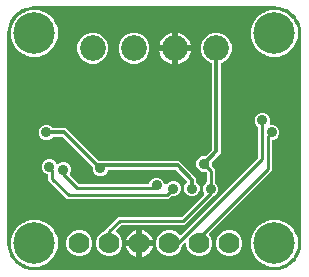
<source format=gbr>
G04 EAGLE Gerber RS-274X export*
G75*
%MOMM*%
%FSLAX34Y34*%
%LPD*%
%INBottom Copper*%
%IPPOS*%
%AMOC8*
5,1,8,0,0,1.08239X$1,22.5*%
G01*
%ADD10C,1.778000*%
%ADD11C,3.516000*%
%ADD12C,2.184400*%
%ADD13C,0.889000*%
%ADD14C,0.254000*%
%ADD15C,0.304800*%

G36*
X177187Y-38732D02*
X177187Y-38732D01*
X177265Y-38730D01*
X180642Y-38465D01*
X180710Y-38451D01*
X180779Y-38446D01*
X180935Y-38406D01*
X187359Y-36319D01*
X187466Y-36269D01*
X187577Y-36225D01*
X187628Y-36192D01*
X187647Y-36184D01*
X187662Y-36171D01*
X187713Y-36139D01*
X193177Y-32168D01*
X193264Y-32087D01*
X193311Y-32048D01*
X193317Y-32044D01*
X193318Y-32042D01*
X193356Y-32011D01*
X193394Y-31965D01*
X193409Y-31951D01*
X193420Y-31934D01*
X193458Y-31888D01*
X195151Y-29558D01*
X195164Y-29534D01*
X195181Y-29514D01*
X195240Y-29396D01*
X195304Y-29279D01*
X195311Y-29253D01*
X195323Y-29229D01*
X195350Y-29101D01*
X195364Y-29090D01*
X195388Y-29079D01*
X195490Y-28994D01*
X195596Y-28914D01*
X195613Y-28893D01*
X195633Y-28877D01*
X195736Y-28753D01*
X197429Y-26423D01*
X197486Y-26319D01*
X197550Y-26219D01*
X197572Y-26162D01*
X197582Y-26144D01*
X197587Y-26124D01*
X197609Y-26069D01*
X199696Y-19645D01*
X199709Y-19577D01*
X199732Y-19511D01*
X199755Y-19352D01*
X200020Y-15975D01*
X200020Y-15971D01*
X200021Y-15968D01*
X200020Y-15949D01*
X200024Y-15875D01*
X200024Y161925D01*
X200022Y161947D01*
X200020Y162025D01*
X199755Y165402D01*
X199741Y165470D01*
X199736Y165539D01*
X199696Y165695D01*
X197609Y172119D01*
X197558Y172226D01*
X197515Y172337D01*
X197482Y172388D01*
X197474Y172407D01*
X197461Y172422D01*
X197429Y172473D01*
X195736Y174803D01*
X195718Y174822D01*
X195704Y174845D01*
X195609Y174938D01*
X195518Y175034D01*
X195496Y175049D01*
X195477Y175067D01*
X195363Y175133D01*
X195357Y175149D01*
X195354Y175176D01*
X195305Y175300D01*
X195262Y175425D01*
X195247Y175447D01*
X195237Y175472D01*
X195151Y175608D01*
X193458Y177938D01*
X193377Y178024D01*
X193301Y178116D01*
X193255Y178154D01*
X193241Y178169D01*
X193223Y178180D01*
X193177Y178218D01*
X187713Y182189D01*
X187609Y182246D01*
X187509Y182310D01*
X187452Y182332D01*
X187434Y182342D01*
X187414Y182347D01*
X187359Y182369D01*
X180935Y184456D01*
X180867Y184469D01*
X180801Y184492D01*
X180642Y184515D01*
X177265Y184780D01*
X177243Y184779D01*
X177165Y184784D01*
X-26035Y184784D01*
X-26057Y184782D01*
X-26135Y184780D01*
X-29512Y184515D01*
X-29580Y184501D01*
X-29649Y184496D01*
X-29805Y184456D01*
X-32543Y183566D01*
X-32568Y183555D01*
X-32594Y183549D01*
X-32711Y183488D01*
X-32831Y183431D01*
X-32852Y183414D01*
X-32875Y183402D01*
X-32973Y183314D01*
X-32990Y183313D01*
X-33017Y183318D01*
X-33149Y183310D01*
X-33282Y183308D01*
X-33307Y183300D01*
X-33334Y183299D01*
X-33490Y183259D01*
X-36229Y182369D01*
X-36336Y182319D01*
X-36447Y182275D01*
X-36498Y182242D01*
X-36517Y182234D01*
X-36532Y182221D01*
X-36583Y182189D01*
X-42047Y178218D01*
X-42134Y178137D01*
X-42226Y178061D01*
X-42264Y178015D01*
X-42279Y178001D01*
X-42290Y177983D01*
X-42328Y177937D01*
X-46299Y172473D01*
X-46356Y172369D01*
X-46420Y172269D01*
X-46442Y172212D01*
X-46452Y172194D01*
X-46457Y172174D01*
X-46479Y172119D01*
X-48566Y165695D01*
X-48579Y165627D01*
X-48602Y165561D01*
X-48625Y165402D01*
X-48890Y162025D01*
X-48889Y162003D01*
X-48894Y161925D01*
X-48894Y-15875D01*
X-48892Y-15897D01*
X-48890Y-15975D01*
X-48625Y-19352D01*
X-48611Y-19420D01*
X-48606Y-19489D01*
X-48566Y-19645D01*
X-46479Y-26069D01*
X-46429Y-26176D01*
X-46385Y-26287D01*
X-46352Y-26338D01*
X-46344Y-26357D01*
X-46331Y-26372D01*
X-46299Y-26423D01*
X-42328Y-31887D01*
X-42308Y-31909D01*
X-42297Y-31927D01*
X-42251Y-31970D01*
X-42247Y-31974D01*
X-42171Y-32066D01*
X-42125Y-32104D01*
X-42111Y-32119D01*
X-42093Y-32130D01*
X-42047Y-32168D01*
X-36583Y-36139D01*
X-36479Y-36196D01*
X-36379Y-36260D01*
X-36322Y-36282D01*
X-36304Y-36292D01*
X-36284Y-36297D01*
X-36229Y-36319D01*
X-33490Y-37209D01*
X-33464Y-37214D01*
X-33439Y-37224D01*
X-33308Y-37244D01*
X-33178Y-37269D01*
X-33151Y-37267D01*
X-33125Y-37271D01*
X-32994Y-37257D01*
X-32980Y-37267D01*
X-32961Y-37286D01*
X-32850Y-37358D01*
X-32741Y-37433D01*
X-32716Y-37443D01*
X-32693Y-37457D01*
X-32543Y-37516D01*
X-29805Y-38406D01*
X-29737Y-38419D01*
X-29671Y-38442D01*
X-29512Y-38465D01*
X-26135Y-38730D01*
X-26113Y-38729D01*
X-26035Y-38734D01*
X177165Y-38734D01*
X177187Y-38732D01*
G37*
%LPC*%
G36*
X86092Y-26798D02*
X86092Y-26798D01*
X82078Y-25135D01*
X79005Y-22062D01*
X77342Y-18048D01*
X77342Y-13702D01*
X79005Y-9688D01*
X82078Y-6615D01*
X86092Y-4952D01*
X90438Y-4952D01*
X94452Y-6615D01*
X96566Y-8729D01*
X96660Y-8802D01*
X96749Y-8880D01*
X96785Y-8899D01*
X96817Y-8924D01*
X96926Y-8971D01*
X97032Y-9025D01*
X97072Y-9034D01*
X97109Y-9050D01*
X97226Y-9069D01*
X97342Y-9095D01*
X97383Y-9093D01*
X97423Y-9100D01*
X97541Y-9089D01*
X97660Y-9085D01*
X97699Y-9074D01*
X97739Y-9070D01*
X97852Y-9030D01*
X97966Y-8997D01*
X98001Y-8976D01*
X98039Y-8962D01*
X98137Y-8895D01*
X98240Y-8835D01*
X98285Y-8795D01*
X98302Y-8784D01*
X98315Y-8768D01*
X98361Y-8729D01*
X163331Y56241D01*
X163391Y56320D01*
X163459Y56392D01*
X163488Y56445D01*
X163525Y56493D01*
X163565Y56584D01*
X163613Y56670D01*
X163628Y56729D01*
X163652Y56784D01*
X163667Y56882D01*
X163692Y56978D01*
X163698Y57078D01*
X163702Y57099D01*
X163700Y57111D01*
X163702Y57139D01*
X163702Y81881D01*
X163690Y81979D01*
X163687Y82078D01*
X163670Y82137D01*
X163662Y82197D01*
X163626Y82289D01*
X163598Y82384D01*
X163568Y82436D01*
X163545Y82492D01*
X163487Y82572D01*
X163437Y82658D01*
X163371Y82733D01*
X163359Y82750D01*
X163349Y82757D01*
X163331Y82779D01*
X161513Y84596D01*
X160527Y86976D01*
X160527Y89554D01*
X161513Y91934D01*
X163336Y93757D01*
X165716Y94743D01*
X168294Y94743D01*
X170674Y93757D01*
X172497Y91934D01*
X173483Y89554D01*
X173483Y86976D01*
X173218Y86338D01*
X173205Y86290D01*
X173184Y86245D01*
X173163Y86137D01*
X173134Y86031D01*
X173133Y85981D01*
X173124Y85932D01*
X173131Y85823D01*
X173129Y85713D01*
X173141Y85665D01*
X173144Y85615D01*
X173178Y85511D01*
X173203Y85404D01*
X173227Y85360D01*
X173242Y85313D01*
X173301Y85220D01*
X173352Y85123D01*
X173385Y85086D01*
X173412Y85044D01*
X173492Y84969D01*
X173566Y84887D01*
X173607Y84860D01*
X173644Y84826D01*
X173740Y84773D01*
X173832Y84713D01*
X173879Y84696D01*
X173922Y84672D01*
X174028Y84645D01*
X174132Y84609D01*
X174182Y84605D01*
X174230Y84593D01*
X174391Y84583D01*
X176041Y84583D01*
X178421Y83597D01*
X180244Y81774D01*
X181230Y79394D01*
X181230Y76816D01*
X180244Y74436D01*
X178421Y72613D01*
X176000Y71610D01*
X175912Y71605D01*
X175874Y71592D01*
X175833Y71587D01*
X175723Y71544D01*
X175610Y71507D01*
X175575Y71485D01*
X175538Y71470D01*
X175442Y71401D01*
X175341Y71337D01*
X175313Y71307D01*
X175280Y71284D01*
X175204Y71192D01*
X175123Y71105D01*
X175103Y71070D01*
X175078Y71039D01*
X175027Y70931D01*
X174969Y70827D01*
X174959Y70787D01*
X174942Y70751D01*
X174920Y70634D01*
X174890Y70519D01*
X174886Y70459D01*
X174882Y70439D01*
X174884Y70418D01*
X174880Y70358D01*
X174880Y45633D01*
X122139Y-7107D01*
X122066Y-7201D01*
X121988Y-7291D01*
X121969Y-7327D01*
X121944Y-7359D01*
X121897Y-7468D01*
X121843Y-7574D01*
X121834Y-7613D01*
X121818Y-7650D01*
X121799Y-7768D01*
X121773Y-7884D01*
X121775Y-7924D01*
X121768Y-7964D01*
X121779Y-8083D01*
X121783Y-8202D01*
X121794Y-8241D01*
X121798Y-8281D01*
X121838Y-8393D01*
X121871Y-8508D01*
X121892Y-8542D01*
X121906Y-8580D01*
X121972Y-8679D01*
X122033Y-8781D01*
X122073Y-8827D01*
X122084Y-8844D01*
X122100Y-8857D01*
X122139Y-8902D01*
X122925Y-9688D01*
X124588Y-13702D01*
X124588Y-18048D01*
X122925Y-22062D01*
X119852Y-25135D01*
X115838Y-26798D01*
X111492Y-26798D01*
X107478Y-25135D01*
X104405Y-22062D01*
X102742Y-18048D01*
X102742Y-16753D01*
X102725Y-16615D01*
X102712Y-16476D01*
X102705Y-16457D01*
X102702Y-16437D01*
X102651Y-16308D01*
X102604Y-16177D01*
X102593Y-16160D01*
X102585Y-16142D01*
X102504Y-16029D01*
X102426Y-15914D01*
X102410Y-15901D01*
X102399Y-15884D01*
X102291Y-15795D01*
X102187Y-15703D01*
X102169Y-15694D01*
X102154Y-15681D01*
X102028Y-15622D01*
X101904Y-15559D01*
X101884Y-15554D01*
X101866Y-15546D01*
X101729Y-15520D01*
X101594Y-15489D01*
X101573Y-15490D01*
X101554Y-15486D01*
X101415Y-15495D01*
X101276Y-15499D01*
X101256Y-15505D01*
X101236Y-15506D01*
X101104Y-15549D01*
X100970Y-15587D01*
X100953Y-15598D01*
X100934Y-15604D01*
X100816Y-15678D01*
X100696Y-15749D01*
X100675Y-15767D01*
X100665Y-15774D01*
X100651Y-15789D01*
X100576Y-15855D01*
X99559Y-16871D01*
X99499Y-16949D01*
X99431Y-17022D01*
X99402Y-17075D01*
X99365Y-17123D01*
X99325Y-17213D01*
X99277Y-17300D01*
X99262Y-17359D01*
X99238Y-17414D01*
X99223Y-17512D01*
X99198Y-17608D01*
X99192Y-17708D01*
X99188Y-17729D01*
X99190Y-17741D01*
X99188Y-17769D01*
X99188Y-18048D01*
X97525Y-22062D01*
X94452Y-25135D01*
X90438Y-26798D01*
X86092Y-26798D01*
G37*
%LPD*%
%LPC*%
G36*
X35292Y-26798D02*
X35292Y-26798D01*
X31278Y-25135D01*
X28205Y-22062D01*
X26542Y-18048D01*
X26542Y-13702D01*
X28205Y-9688D01*
X31278Y-6615D01*
X33379Y-5745D01*
X33404Y-5730D01*
X33432Y-5721D01*
X33542Y-5652D01*
X33655Y-5587D01*
X33676Y-5567D01*
X33701Y-5551D01*
X33790Y-5456D01*
X33883Y-5366D01*
X33899Y-5341D01*
X33919Y-5319D01*
X33982Y-5206D01*
X34050Y-5095D01*
X34058Y-5067D01*
X34073Y-5041D01*
X34105Y-4915D01*
X34143Y-4791D01*
X34145Y-4762D01*
X34152Y-4733D01*
X34162Y-4572D01*
X34162Y-4347D01*
X44987Y6478D01*
X97801Y6478D01*
X97899Y6490D01*
X97998Y6493D01*
X98057Y6510D01*
X98117Y6518D01*
X98209Y6554D01*
X98304Y6582D01*
X98356Y6612D01*
X98412Y6635D01*
X98492Y6693D01*
X98578Y6743D01*
X98653Y6809D01*
X98670Y6821D01*
X98678Y6831D01*
X98699Y6849D01*
X117269Y25420D01*
X117287Y25443D01*
X117309Y25462D01*
X117384Y25568D01*
X117464Y25671D01*
X117475Y25698D01*
X117492Y25722D01*
X117538Y25843D01*
X117590Y25963D01*
X117595Y25992D01*
X117605Y26019D01*
X117620Y26148D01*
X117640Y26277D01*
X117637Y26306D01*
X117640Y26336D01*
X117622Y26464D01*
X117610Y26593D01*
X117600Y26621D01*
X117596Y26650D01*
X117544Y26803D01*
X116712Y28810D01*
X116712Y31388D01*
X117698Y33768D01*
X119516Y35585D01*
X119576Y35664D01*
X119644Y35736D01*
X119673Y35789D01*
X119710Y35837D01*
X119750Y35928D01*
X119798Y36014D01*
X119813Y36073D01*
X119837Y36129D01*
X119852Y36227D01*
X119877Y36322D01*
X119883Y36422D01*
X119887Y36443D01*
X119885Y36455D01*
X119887Y36483D01*
X119887Y43688D01*
X119872Y43806D01*
X119865Y43925D01*
X119852Y43963D01*
X119847Y44004D01*
X119804Y44114D01*
X119767Y44227D01*
X119745Y44262D01*
X119730Y44299D01*
X119661Y44395D01*
X119597Y44496D01*
X119567Y44524D01*
X119544Y44557D01*
X119452Y44633D01*
X119365Y44714D01*
X119330Y44734D01*
X119299Y44759D01*
X119191Y44810D01*
X119087Y44868D01*
X119047Y44878D01*
X119011Y44895D01*
X118894Y44917D01*
X118779Y44947D01*
X118719Y44951D01*
X118699Y44955D01*
X118678Y44953D01*
X118618Y44957D01*
X116186Y44957D01*
X113806Y45943D01*
X111983Y47766D01*
X110997Y50146D01*
X110997Y52724D01*
X111983Y55104D01*
X113806Y56927D01*
X116186Y57913D01*
X118397Y57913D01*
X118495Y57925D01*
X118594Y57928D01*
X118652Y57945D01*
X118713Y57953D01*
X118805Y57989D01*
X118900Y58017D01*
X118952Y58047D01*
X119008Y58070D01*
X119088Y58128D01*
X119174Y58178D01*
X119249Y58244D01*
X119266Y58256D01*
X119273Y58266D01*
X119295Y58284D01*
X124197Y63186D01*
X124257Y63265D01*
X124325Y63337D01*
X124348Y63378D01*
X124361Y63394D01*
X124367Y63406D01*
X124391Y63438D01*
X124431Y63529D01*
X124479Y63615D01*
X124494Y63674D01*
X124518Y63730D01*
X124533Y63828D01*
X124558Y63923D01*
X124564Y64023D01*
X124568Y64044D01*
X124566Y64056D01*
X124568Y64084D01*
X124568Y135828D01*
X124565Y135857D01*
X124567Y135887D01*
X124545Y136015D01*
X124528Y136144D01*
X124518Y136171D01*
X124513Y136200D01*
X124459Y136319D01*
X124411Y136439D01*
X124394Y136463D01*
X124382Y136490D01*
X124301Y136592D01*
X124225Y136697D01*
X124202Y136715D01*
X124183Y136739D01*
X124080Y136817D01*
X123980Y136899D01*
X123953Y136912D01*
X123929Y136930D01*
X123785Y137001D01*
X120787Y138242D01*
X117142Y141887D01*
X115170Y146648D01*
X115170Y151802D01*
X117142Y156563D01*
X120787Y160208D01*
X125548Y162180D01*
X130702Y162180D01*
X135463Y160208D01*
X139108Y156563D01*
X141080Y151802D01*
X141080Y146648D01*
X139108Y141887D01*
X135463Y138242D01*
X132465Y137001D01*
X132440Y136986D01*
X132412Y136977D01*
X132302Y136908D01*
X132189Y136843D01*
X132168Y136823D01*
X132143Y136807D01*
X132054Y136712D01*
X131961Y136622D01*
X131945Y136597D01*
X131925Y136575D01*
X131862Y136461D01*
X131794Y136351D01*
X131786Y136323D01*
X131771Y136297D01*
X131739Y136171D01*
X131701Y136047D01*
X131699Y136017D01*
X131692Y135989D01*
X131682Y135828D01*
X131682Y60612D01*
X124324Y53255D01*
X124264Y53176D01*
X124196Y53104D01*
X124167Y53051D01*
X124130Y53003D01*
X124090Y52912D01*
X124042Y52826D01*
X124027Y52767D01*
X124003Y52711D01*
X123988Y52613D01*
X123963Y52518D01*
X123957Y52418D01*
X123953Y52397D01*
X123955Y52385D01*
X123953Y52357D01*
X123953Y50154D01*
X123965Y50056D01*
X123968Y49957D01*
X123985Y49898D01*
X123993Y49838D01*
X124029Y49746D01*
X124057Y49651D01*
X124087Y49599D01*
X124110Y49543D01*
X124168Y49463D01*
X124218Y49377D01*
X124284Y49302D01*
X124296Y49285D01*
X124306Y49277D01*
X124324Y49256D01*
X126493Y47088D01*
X126493Y36483D01*
X126505Y36385D01*
X126508Y36286D01*
X126525Y36227D01*
X126533Y36167D01*
X126569Y36075D01*
X126597Y35980D01*
X126627Y35928D01*
X126650Y35872D01*
X126708Y35792D01*
X126758Y35706D01*
X126824Y35631D01*
X126836Y35614D01*
X126846Y35607D01*
X126864Y35585D01*
X128682Y33768D01*
X129668Y31388D01*
X129668Y28810D01*
X128682Y26430D01*
X126859Y24607D01*
X125281Y23954D01*
X125273Y23949D01*
X125264Y23947D01*
X125135Y23870D01*
X125005Y23796D01*
X124998Y23790D01*
X124990Y23785D01*
X124869Y23679D01*
X124186Y22995D01*
X101063Y-128D01*
X48249Y-128D01*
X48151Y-140D01*
X48052Y-143D01*
X47993Y-160D01*
X47933Y-168D01*
X47841Y-204D01*
X47746Y-232D01*
X47694Y-262D01*
X47638Y-285D01*
X47558Y-343D01*
X47472Y-393D01*
X47397Y-459D01*
X47380Y-471D01*
X47372Y-481D01*
X47351Y-499D01*
X43287Y-4564D01*
X43256Y-4604D01*
X43219Y-4637D01*
X43159Y-4729D01*
X43092Y-4815D01*
X43072Y-4861D01*
X43045Y-4903D01*
X43009Y-5006D01*
X42965Y-5107D01*
X42958Y-5156D01*
X42941Y-5204D01*
X42933Y-5313D01*
X42915Y-5421D01*
X42920Y-5471D01*
X42916Y-5521D01*
X42935Y-5628D01*
X42945Y-5738D01*
X42962Y-5785D01*
X42971Y-5834D01*
X43016Y-5934D01*
X43053Y-6037D01*
X43081Y-6078D01*
X43101Y-6124D01*
X43170Y-6210D01*
X43231Y-6300D01*
X43269Y-6333D01*
X43300Y-6372D01*
X43388Y-6438D01*
X43470Y-6511D01*
X43514Y-6534D01*
X43554Y-6563D01*
X43645Y-6608D01*
X46725Y-9688D01*
X48388Y-13702D01*
X48388Y-18048D01*
X46725Y-22062D01*
X43652Y-25135D01*
X39638Y-26798D01*
X35292Y-26798D01*
G37*
%LPD*%
%LPC*%
G36*
X1680Y21589D02*
X1680Y21589D01*
X-14098Y37367D01*
X-14098Y41351D01*
X-14101Y41381D01*
X-14099Y41410D01*
X-14121Y41538D01*
X-14138Y41667D01*
X-14148Y41694D01*
X-14153Y41723D01*
X-14207Y41842D01*
X-14255Y41963D01*
X-14272Y41986D01*
X-14284Y42013D01*
X-14365Y42115D01*
X-14441Y42220D01*
X-14464Y42239D01*
X-14483Y42262D01*
X-14586Y42340D01*
X-14686Y42423D01*
X-14713Y42435D01*
X-14737Y42453D01*
X-14881Y42524D01*
X-17004Y43403D01*
X-18827Y45226D01*
X-19813Y47606D01*
X-19813Y50184D01*
X-18827Y52564D01*
X-17004Y54387D01*
X-14624Y55373D01*
X-12046Y55373D01*
X-9666Y54387D01*
X-7843Y52564D01*
X-7608Y51995D01*
X-7583Y51952D01*
X-7566Y51905D01*
X-7505Y51814D01*
X-7450Y51719D01*
X-7416Y51683D01*
X-7388Y51642D01*
X-7305Y51569D01*
X-7229Y51490D01*
X-7186Y51464D01*
X-7149Y51432D01*
X-7051Y51382D01*
X-6958Y51324D01*
X-6910Y51310D01*
X-6866Y51287D01*
X-6759Y51263D01*
X-6654Y51231D01*
X-6604Y51228D01*
X-6556Y51217D01*
X-6446Y51221D01*
X-6336Y51215D01*
X-6287Y51226D01*
X-6238Y51227D01*
X-6132Y51257D01*
X-6025Y51280D01*
X-5980Y51302D01*
X-5932Y51315D01*
X-5838Y51371D01*
X-5739Y51419D01*
X-5701Y51452D01*
X-5658Y51477D01*
X-5538Y51583D01*
X-5274Y51847D01*
X-2894Y52833D01*
X-316Y52833D01*
X2064Y51847D01*
X3887Y50024D01*
X4873Y47644D01*
X4873Y45066D01*
X3980Y42912D01*
X3973Y42884D01*
X3959Y42858D01*
X3931Y42731D01*
X3897Y42606D01*
X3896Y42576D01*
X3890Y42547D01*
X3894Y42417D01*
X3891Y42288D01*
X3898Y42259D01*
X3899Y42229D01*
X3935Y42105D01*
X3966Y41978D01*
X3979Y41952D01*
X3988Y41924D01*
X4054Y41812D01*
X4114Y41697D01*
X4134Y41676D01*
X4149Y41650D01*
X4256Y41529D01*
X10741Y35043D01*
X10820Y34983D01*
X10892Y34915D01*
X10945Y34886D01*
X10993Y34849D01*
X11084Y34809D01*
X11170Y34761D01*
X11229Y34746D01*
X11284Y34722D01*
X11382Y34707D01*
X11478Y34682D01*
X11578Y34676D01*
X11599Y34672D01*
X11611Y34674D01*
X11639Y34672D01*
X70189Y34672D01*
X70219Y34675D01*
X70248Y34673D01*
X70376Y34695D01*
X70505Y34712D01*
X70532Y34722D01*
X70561Y34727D01*
X70680Y34781D01*
X70801Y34829D01*
X70825Y34846D01*
X70851Y34858D01*
X70953Y34939D01*
X71058Y35015D01*
X71077Y35038D01*
X71100Y35057D01*
X71178Y35160D01*
X71261Y35260D01*
X71273Y35287D01*
X71291Y35311D01*
X71362Y35455D01*
X71978Y36943D01*
X73801Y38766D01*
X76181Y39752D01*
X78759Y39752D01*
X81139Y38766D01*
X82962Y36943D01*
X83928Y34611D01*
X83952Y34568D01*
X83969Y34521D01*
X84031Y34430D01*
X84085Y34334D01*
X84120Y34299D01*
X84148Y34258D01*
X84230Y34185D01*
X84307Y34106D01*
X84349Y34080D01*
X84386Y34047D01*
X84484Y33997D01*
X84578Y33940D01*
X84625Y33925D01*
X84669Y33902D01*
X84777Y33878D01*
X84882Y33846D01*
X84931Y33844D01*
X84980Y33833D01*
X85090Y33836D01*
X85199Y33831D01*
X85248Y33841D01*
X85298Y33842D01*
X85403Y33873D01*
X85511Y33895D01*
X85555Y33917D01*
X85603Y33931D01*
X85698Y33987D01*
X85796Y34035D01*
X85834Y34067D01*
X85877Y34092D01*
X85998Y34199D01*
X87771Y35972D01*
X90151Y36958D01*
X92729Y36958D01*
X95109Y35972D01*
X96932Y34149D01*
X97918Y31769D01*
X97918Y29191D01*
X96932Y26811D01*
X95109Y24988D01*
X92729Y24002D01*
X90159Y24002D01*
X90061Y23990D01*
X89962Y23987D01*
X89903Y23970D01*
X89843Y23962D01*
X89751Y23926D01*
X89656Y23898D01*
X89604Y23868D01*
X89548Y23845D01*
X89468Y23787D01*
X89382Y23737D01*
X89307Y23671D01*
X89290Y23659D01*
X89282Y23649D01*
X89261Y23631D01*
X87220Y21589D01*
X1680Y21589D01*
G37*
%LPD*%
%LPC*%
G36*
X106026Y24002D02*
X106026Y24002D01*
X103646Y24988D01*
X101823Y26811D01*
X100837Y29191D01*
X100837Y31769D01*
X101823Y34149D01*
X103132Y35458D01*
X103205Y35552D01*
X103284Y35641D01*
X103302Y35677D01*
X103327Y35709D01*
X103374Y35818D01*
X103428Y35924D01*
X103437Y35964D01*
X103453Y36001D01*
X103472Y36119D01*
X103498Y36235D01*
X103497Y36275D01*
X103503Y36315D01*
X103492Y36434D01*
X103488Y36553D01*
X103477Y36592D01*
X103473Y36632D01*
X103433Y36744D01*
X103400Y36858D01*
X103379Y36893D01*
X103366Y36931D01*
X103299Y37030D01*
X103238Y37132D01*
X103199Y37177D01*
X103187Y37194D01*
X103172Y37208D01*
X103132Y37253D01*
X94149Y46237D01*
X94070Y46297D01*
X93998Y46365D01*
X93945Y46394D01*
X93897Y46431D01*
X93806Y46471D01*
X93720Y46519D01*
X93661Y46534D01*
X93605Y46558D01*
X93507Y46573D01*
X93412Y46598D01*
X93312Y46604D01*
X93291Y46608D01*
X93279Y46606D01*
X93251Y46608D01*
X37283Y46608D01*
X37254Y46605D01*
X37225Y46607D01*
X37096Y46585D01*
X36968Y46568D01*
X36940Y46558D01*
X36911Y46553D01*
X36793Y46499D01*
X36672Y46451D01*
X36648Y46434D01*
X36621Y46422D01*
X36520Y46341D01*
X36415Y46265D01*
X36396Y46242D01*
X36373Y46223D01*
X36295Y46120D01*
X36212Y46020D01*
X36199Y45993D01*
X36182Y45969D01*
X36111Y45825D01*
X35337Y43956D01*
X33514Y42133D01*
X31134Y41147D01*
X28556Y41147D01*
X26176Y42133D01*
X24353Y43956D01*
X23367Y46336D01*
X23367Y48547D01*
X23355Y48645D01*
X23352Y48744D01*
X23335Y48802D01*
X23327Y48863D01*
X23291Y48955D01*
X23263Y49050D01*
X23233Y49102D01*
X23210Y49158D01*
X23152Y49238D01*
X23102Y49324D01*
X23036Y49399D01*
X23024Y49416D01*
X23014Y49423D01*
X22996Y49445D01*
X-1736Y74177D01*
X-1815Y74237D01*
X-1887Y74305D01*
X-1940Y74334D01*
X-1988Y74371D01*
X-2079Y74411D01*
X-2165Y74459D01*
X-2224Y74474D01*
X-2280Y74498D01*
X-2378Y74513D01*
X-2473Y74538D01*
X-2573Y74544D01*
X-2594Y74548D01*
X-2606Y74546D01*
X-2634Y74548D01*
X-9745Y74548D01*
X-9843Y74536D01*
X-9942Y74533D01*
X-10001Y74516D01*
X-10061Y74508D01*
X-10153Y74472D01*
X-10248Y74444D01*
X-10300Y74414D01*
X-10356Y74391D01*
X-10436Y74333D01*
X-10522Y74283D01*
X-10597Y74217D01*
X-10614Y74205D01*
X-10621Y74195D01*
X-10643Y74177D01*
X-12206Y72613D01*
X-14586Y71627D01*
X-17164Y71627D01*
X-19544Y72613D01*
X-21367Y74436D01*
X-22353Y76816D01*
X-22353Y79394D01*
X-21367Y81774D01*
X-19544Y83597D01*
X-17164Y84583D01*
X-14586Y84583D01*
X-12206Y83597D01*
X-10643Y82033D01*
X-10564Y81973D01*
X-10492Y81905D01*
X-10439Y81876D01*
X-10391Y81839D01*
X-10300Y81799D01*
X-10214Y81751D01*
X-10155Y81736D01*
X-10099Y81712D01*
X-10001Y81697D01*
X-9906Y81672D01*
X-9806Y81666D01*
X-9785Y81662D01*
X-9773Y81664D01*
X-9745Y81662D01*
X838Y81662D01*
X28025Y54474D01*
X28104Y54414D01*
X28176Y54346D01*
X28229Y54317D01*
X28277Y54280D01*
X28368Y54240D01*
X28454Y54192D01*
X28513Y54177D01*
X28569Y54153D01*
X28667Y54138D01*
X28762Y54113D01*
X28862Y54107D01*
X28883Y54103D01*
X28895Y54105D01*
X28923Y54103D01*
X31134Y54103D01*
X31820Y53818D01*
X31829Y53816D01*
X31837Y53811D01*
X31982Y53774D01*
X32127Y53734D01*
X32136Y53734D01*
X32145Y53732D01*
X32306Y53722D01*
X96723Y53722D01*
X110872Y39573D01*
X110872Y36610D01*
X110884Y36512D01*
X110887Y36413D01*
X110904Y36354D01*
X110912Y36294D01*
X110948Y36202D01*
X110976Y36107D01*
X111006Y36055D01*
X111029Y35999D01*
X111087Y35919D01*
X111137Y35833D01*
X111203Y35758D01*
X111215Y35741D01*
X111225Y35734D01*
X111243Y35712D01*
X112807Y34149D01*
X113793Y31769D01*
X113793Y29191D01*
X112807Y26811D01*
X110984Y24988D01*
X108604Y24002D01*
X106026Y24002D01*
G37*
%LPD*%
%LPC*%
G36*
X175441Y142305D02*
X175441Y142305D01*
X175423Y142305D01*
X175308Y142312D01*
X173264Y142312D01*
X172716Y142539D01*
X172617Y142566D01*
X172522Y142602D01*
X172430Y142617D01*
X172409Y142623D01*
X172396Y142623D01*
X172363Y142629D01*
X170944Y142778D01*
X167980Y144489D01*
X167978Y144490D01*
X167975Y144492D01*
X167831Y144563D01*
X166055Y145298D01*
X165458Y145895D01*
X165391Y145947D01*
X165330Y146008D01*
X165216Y146083D01*
X165207Y146090D01*
X165203Y146092D01*
X165196Y146097D01*
X163694Y146964D01*
X161904Y149428D01*
X161891Y149442D01*
X161881Y149458D01*
X161774Y149579D01*
X160538Y150815D01*
X160122Y151821D01*
X160087Y151881D01*
X160062Y151945D01*
X159976Y152081D01*
X158773Y153736D01*
X158212Y156374D01*
X158201Y156408D01*
X158196Y156444D01*
X158144Y156596D01*
X157552Y158024D01*
X157552Y159347D01*
X157546Y159399D01*
X157548Y159451D01*
X157525Y159611D01*
X157033Y161925D01*
X157525Y164239D01*
X157529Y164292D01*
X157542Y164342D01*
X157552Y164503D01*
X157552Y165826D01*
X158144Y167254D01*
X158153Y167288D01*
X158169Y167320D01*
X158212Y167476D01*
X158773Y170114D01*
X159976Y171769D01*
X160009Y171830D01*
X160051Y171885D01*
X160122Y172029D01*
X160538Y173035D01*
X161774Y174271D01*
X161786Y174286D01*
X161801Y174298D01*
X161904Y174422D01*
X163694Y176886D01*
X165196Y177753D01*
X165264Y177805D01*
X165338Y177849D01*
X165440Y177939D01*
X165449Y177946D01*
X165452Y177949D01*
X165458Y177955D01*
X166055Y178552D01*
X167831Y179287D01*
X167833Y179289D01*
X167836Y179289D01*
X167980Y179361D01*
X170944Y181072D01*
X172363Y181221D01*
X172463Y181245D01*
X172564Y181259D01*
X172652Y181289D01*
X172673Y181294D01*
X172685Y181300D01*
X172716Y181311D01*
X173264Y181538D01*
X175308Y181538D01*
X175325Y181540D01*
X175441Y181545D01*
X179269Y181947D01*
X180338Y181600D01*
X180455Y181578D01*
X180570Y181548D01*
X180630Y181544D01*
X180650Y181540D01*
X180671Y181542D01*
X180730Y181538D01*
X181066Y181538D01*
X182974Y180748D01*
X182995Y180742D01*
X183068Y180713D01*
X187231Y179360D01*
X187843Y178810D01*
X187954Y178732D01*
X188062Y178651D01*
X188092Y178636D01*
X188104Y178628D01*
X188124Y178621D01*
X188206Y178580D01*
X188275Y178552D01*
X189570Y177257D01*
X189584Y177246D01*
X189618Y177211D01*
X193275Y173918D01*
X193297Y173903D01*
X193315Y173884D01*
X193427Y173812D01*
X193475Y173779D01*
X193479Y173742D01*
X193489Y173717D01*
X193494Y173691D01*
X193550Y173540D01*
X193665Y173281D01*
X193744Y173151D01*
X194015Y172496D01*
X194020Y172488D01*
X194028Y172466D01*
X196857Y166111D01*
X196857Y157739D01*
X194028Y151384D01*
X194025Y151374D01*
X194015Y151354D01*
X193759Y150736D01*
X193740Y150712D01*
X193735Y150704D01*
X193733Y150700D01*
X193728Y150689D01*
X193665Y150569D01*
X193452Y150091D01*
X189618Y146639D01*
X189606Y146625D01*
X189570Y146593D01*
X188275Y145298D01*
X188206Y145270D01*
X188089Y145203D01*
X187969Y145140D01*
X187942Y145119D01*
X187930Y145112D01*
X187915Y145097D01*
X187843Y145040D01*
X187231Y144490D01*
X183067Y143137D01*
X183048Y143128D01*
X182974Y143102D01*
X181066Y142312D01*
X180730Y142312D01*
X180612Y142297D01*
X180494Y142290D01*
X180435Y142275D01*
X180415Y142272D01*
X180396Y142265D01*
X180338Y142250D01*
X179269Y141903D01*
X175441Y142305D01*
G37*
%LPD*%
%LPC*%
G36*
X-27759Y142305D02*
X-27759Y142305D01*
X-27777Y142305D01*
X-27892Y142312D01*
X-29936Y142312D01*
X-30484Y142539D01*
X-30583Y142566D01*
X-30678Y142602D01*
X-30770Y142617D01*
X-30791Y142623D01*
X-30804Y142623D01*
X-30837Y142629D01*
X-32256Y142778D01*
X-35220Y144489D01*
X-35222Y144490D01*
X-35225Y144492D01*
X-35369Y144563D01*
X-37145Y145298D01*
X-37742Y145895D01*
X-37809Y145947D01*
X-37870Y146008D01*
X-37984Y146083D01*
X-37993Y146090D01*
X-37997Y146092D01*
X-38004Y146097D01*
X-39506Y146964D01*
X-41296Y149428D01*
X-41309Y149442D01*
X-41319Y149458D01*
X-41426Y149579D01*
X-42662Y150815D01*
X-43078Y151821D01*
X-43113Y151881D01*
X-43138Y151945D01*
X-43224Y152081D01*
X-44427Y153736D01*
X-44988Y156374D01*
X-44999Y156408D01*
X-45004Y156444D01*
X-45056Y156596D01*
X-45648Y158024D01*
X-45648Y159347D01*
X-45654Y159399D01*
X-45652Y159451D01*
X-45675Y159611D01*
X-46167Y161925D01*
X-45675Y164239D01*
X-45671Y164292D01*
X-45658Y164342D01*
X-45648Y164503D01*
X-45648Y165826D01*
X-45056Y167254D01*
X-45047Y167288D01*
X-45031Y167320D01*
X-44988Y167476D01*
X-44427Y170114D01*
X-43224Y171769D01*
X-43191Y171830D01*
X-43149Y171885D01*
X-43078Y172029D01*
X-42662Y173035D01*
X-41426Y174271D01*
X-41414Y174286D01*
X-41399Y174298D01*
X-41296Y174422D01*
X-39506Y176886D01*
X-38004Y177753D01*
X-37936Y177805D01*
X-37862Y177849D01*
X-37760Y177939D01*
X-37751Y177946D01*
X-37748Y177949D01*
X-37742Y177955D01*
X-37145Y178552D01*
X-35369Y179287D01*
X-35367Y179289D01*
X-35364Y179289D01*
X-35220Y179361D01*
X-32463Y180953D01*
X-32442Y180969D01*
X-32418Y180980D01*
X-32316Y181065D01*
X-32269Y181100D01*
X-32232Y181093D01*
X-32206Y181094D01*
X-32179Y181090D01*
X-32019Y181097D01*
X-30837Y181221D01*
X-30737Y181245D01*
X-30636Y181259D01*
X-30548Y181289D01*
X-30527Y181294D01*
X-30515Y181300D01*
X-30484Y181311D01*
X-29936Y181538D01*
X-27892Y181538D01*
X-27875Y181540D01*
X-27759Y181545D01*
X-23931Y181947D01*
X-22862Y181600D01*
X-22745Y181578D01*
X-22630Y181548D01*
X-22570Y181544D01*
X-22550Y181540D01*
X-22529Y181542D01*
X-22470Y181538D01*
X-22134Y181538D01*
X-20226Y180747D01*
X-20205Y180742D01*
X-20132Y180713D01*
X-15969Y179360D01*
X-15357Y178810D01*
X-15246Y178732D01*
X-15138Y178651D01*
X-15108Y178636D01*
X-15096Y178628D01*
X-15076Y178621D01*
X-14994Y178580D01*
X-14925Y178552D01*
X-13630Y177257D01*
X-13616Y177246D01*
X-13582Y177211D01*
X-9748Y173759D01*
X-9535Y173281D01*
X-9456Y173151D01*
X-9185Y172496D01*
X-9180Y172487D01*
X-9172Y172466D01*
X-6343Y166111D01*
X-6343Y157739D01*
X-9172Y151384D01*
X-9175Y151374D01*
X-9185Y151354D01*
X-9441Y150736D01*
X-9460Y150712D01*
X-9465Y150704D01*
X-9467Y150700D01*
X-9472Y150689D01*
X-9535Y150569D01*
X-9748Y150091D01*
X-13582Y146639D01*
X-13594Y146625D01*
X-13630Y146593D01*
X-14925Y145298D01*
X-14994Y145270D01*
X-15111Y145203D01*
X-15231Y145140D01*
X-15258Y145119D01*
X-15270Y145112D01*
X-15285Y145097D01*
X-15357Y145040D01*
X-15969Y144490D01*
X-20133Y143137D01*
X-20152Y143128D01*
X-20226Y143102D01*
X-22134Y142312D01*
X-22470Y142312D01*
X-22588Y142297D01*
X-22706Y142290D01*
X-22765Y142275D01*
X-22785Y142272D01*
X-22804Y142265D01*
X-22862Y142250D01*
X-23931Y141903D01*
X-27759Y142305D01*
G37*
%LPD*%
%LPC*%
G36*
X175441Y-35495D02*
X175441Y-35495D01*
X175423Y-35495D01*
X175308Y-35488D01*
X173264Y-35488D01*
X172716Y-35261D01*
X172617Y-35234D01*
X172522Y-35198D01*
X172430Y-35183D01*
X172409Y-35177D01*
X172396Y-35177D01*
X172363Y-35171D01*
X170944Y-35022D01*
X167980Y-33311D01*
X167978Y-33310D01*
X167975Y-33308D01*
X167831Y-33237D01*
X166055Y-32502D01*
X165458Y-31905D01*
X165391Y-31853D01*
X165330Y-31792D01*
X165216Y-31717D01*
X165207Y-31710D01*
X165203Y-31708D01*
X165196Y-31703D01*
X163694Y-30836D01*
X161904Y-28372D01*
X161891Y-28358D01*
X161881Y-28342D01*
X161774Y-28221D01*
X160538Y-26985D01*
X160122Y-25979D01*
X160087Y-25919D01*
X160062Y-25855D01*
X159976Y-25719D01*
X158773Y-24064D01*
X158212Y-21426D01*
X158201Y-21392D01*
X158196Y-21356D01*
X158144Y-21204D01*
X157552Y-19776D01*
X157552Y-18453D01*
X157546Y-18401D01*
X157548Y-18349D01*
X157525Y-18189D01*
X157033Y-15875D01*
X157525Y-13561D01*
X157529Y-13508D01*
X157542Y-13458D01*
X157552Y-13297D01*
X157552Y-11974D01*
X158144Y-10546D01*
X158153Y-10512D01*
X158169Y-10480D01*
X158212Y-10324D01*
X158773Y-7686D01*
X159976Y-6031D01*
X160009Y-5970D01*
X160051Y-5915D01*
X160122Y-5771D01*
X160538Y-4765D01*
X161774Y-3529D01*
X161786Y-3514D01*
X161801Y-3502D01*
X161904Y-3378D01*
X163694Y-914D01*
X165196Y-47D01*
X165264Y5D01*
X165338Y49D01*
X165440Y139D01*
X165449Y146D01*
X165452Y149D01*
X165458Y155D01*
X166055Y752D01*
X167831Y1487D01*
X167833Y1489D01*
X167836Y1489D01*
X167980Y1561D01*
X170944Y3272D01*
X172363Y3421D01*
X172463Y3445D01*
X172564Y3459D01*
X172652Y3489D01*
X172673Y3494D01*
X172685Y3500D01*
X172716Y3511D01*
X173264Y3738D01*
X175308Y3738D01*
X175325Y3740D01*
X175441Y3745D01*
X179269Y4147D01*
X180338Y3800D01*
X180455Y3778D01*
X180570Y3748D01*
X180630Y3744D01*
X180650Y3740D01*
X180671Y3742D01*
X180730Y3738D01*
X181066Y3738D01*
X182974Y2948D01*
X182995Y2942D01*
X183068Y2913D01*
X187231Y1560D01*
X187843Y1010D01*
X187954Y932D01*
X188062Y851D01*
X188092Y836D01*
X188104Y828D01*
X188124Y821D01*
X188206Y780D01*
X188275Y752D01*
X189570Y-543D01*
X189584Y-554D01*
X189618Y-589D01*
X193452Y-4041D01*
X193665Y-4519D01*
X193744Y-4649D01*
X194015Y-5304D01*
X194020Y-5312D01*
X194028Y-5334D01*
X196857Y-11689D01*
X196857Y-20061D01*
X194028Y-26416D01*
X194025Y-26426D01*
X194015Y-26446D01*
X193759Y-27064D01*
X193740Y-27088D01*
X193735Y-27097D01*
X193733Y-27100D01*
X193728Y-27110D01*
X193665Y-27231D01*
X193550Y-27490D01*
X193542Y-27516D01*
X193529Y-27539D01*
X193496Y-27668D01*
X193479Y-27723D01*
X193445Y-27739D01*
X193425Y-27756D01*
X193401Y-27768D01*
X193275Y-27868D01*
X189618Y-31161D01*
X189606Y-31175D01*
X189570Y-31207D01*
X188275Y-32502D01*
X188206Y-32530D01*
X188089Y-32597D01*
X187969Y-32660D01*
X187942Y-32681D01*
X187930Y-32688D01*
X187915Y-32703D01*
X187843Y-32760D01*
X187231Y-33310D01*
X183067Y-34663D01*
X183048Y-34672D01*
X182974Y-34698D01*
X181066Y-35488D01*
X180730Y-35488D01*
X180612Y-35503D01*
X180494Y-35510D01*
X180435Y-35525D01*
X180415Y-35528D01*
X180396Y-35535D01*
X180338Y-35550D01*
X179269Y-35897D01*
X175441Y-35495D01*
G37*
%LPD*%
%LPC*%
G36*
X-27759Y-35495D02*
X-27759Y-35495D01*
X-27777Y-35495D01*
X-27892Y-35488D01*
X-29936Y-35488D01*
X-30484Y-35261D01*
X-30583Y-35234D01*
X-30678Y-35198D01*
X-30770Y-35183D01*
X-30791Y-35177D01*
X-30804Y-35177D01*
X-30837Y-35171D01*
X-32019Y-35047D01*
X-32045Y-35048D01*
X-32071Y-35043D01*
X-32204Y-35051D01*
X-32262Y-35052D01*
X-32288Y-35025D01*
X-32310Y-35010D01*
X-32329Y-34992D01*
X-32463Y-34903D01*
X-35220Y-33311D01*
X-35222Y-33310D01*
X-35225Y-33308D01*
X-35369Y-33237D01*
X-37145Y-32502D01*
X-37742Y-31905D01*
X-37809Y-31853D01*
X-37870Y-31792D01*
X-37984Y-31717D01*
X-37993Y-31710D01*
X-37997Y-31708D01*
X-38004Y-31703D01*
X-39506Y-30836D01*
X-41296Y-28372D01*
X-41309Y-28358D01*
X-41319Y-28342D01*
X-41426Y-28221D01*
X-42662Y-26985D01*
X-43078Y-25979D01*
X-43113Y-25919D01*
X-43138Y-25855D01*
X-43224Y-25719D01*
X-44427Y-24064D01*
X-44988Y-21426D01*
X-44999Y-21392D01*
X-45004Y-21356D01*
X-45056Y-21204D01*
X-45648Y-19776D01*
X-45648Y-18453D01*
X-45654Y-18401D01*
X-45652Y-18349D01*
X-45675Y-18189D01*
X-46167Y-15875D01*
X-45675Y-13561D01*
X-45671Y-13508D01*
X-45658Y-13458D01*
X-45648Y-13297D01*
X-45648Y-11974D01*
X-45056Y-10546D01*
X-45047Y-10512D01*
X-45031Y-10480D01*
X-44988Y-10324D01*
X-44427Y-7686D01*
X-43224Y-6031D01*
X-43191Y-5970D01*
X-43149Y-5915D01*
X-43078Y-5771D01*
X-42662Y-4765D01*
X-41426Y-3529D01*
X-41414Y-3514D01*
X-41399Y-3502D01*
X-41296Y-3378D01*
X-39506Y-914D01*
X-38004Y-47D01*
X-37936Y5D01*
X-37862Y49D01*
X-37760Y139D01*
X-37751Y146D01*
X-37748Y149D01*
X-37742Y155D01*
X-37145Y752D01*
X-35369Y1487D01*
X-35367Y1489D01*
X-35364Y1489D01*
X-35220Y1561D01*
X-32256Y3272D01*
X-30837Y3421D01*
X-30737Y3445D01*
X-30636Y3459D01*
X-30548Y3489D01*
X-30527Y3494D01*
X-30515Y3500D01*
X-30484Y3511D01*
X-29936Y3738D01*
X-27892Y3738D01*
X-27875Y3740D01*
X-27759Y3745D01*
X-23931Y4147D01*
X-22862Y3800D01*
X-22745Y3778D01*
X-22630Y3748D01*
X-22570Y3744D01*
X-22550Y3740D01*
X-22529Y3742D01*
X-22470Y3738D01*
X-22134Y3738D01*
X-20226Y2948D01*
X-20205Y2942D01*
X-20132Y2913D01*
X-15969Y1560D01*
X-15357Y1010D01*
X-15246Y932D01*
X-15138Y851D01*
X-15108Y836D01*
X-15096Y828D01*
X-15076Y821D01*
X-14994Y780D01*
X-14925Y752D01*
X-13630Y-543D01*
X-13616Y-554D01*
X-13582Y-589D01*
X-9748Y-4041D01*
X-9535Y-4519D01*
X-9456Y-4649D01*
X-9185Y-5304D01*
X-9180Y-5312D01*
X-9172Y-5334D01*
X-6343Y-11689D01*
X-6343Y-20061D01*
X-9172Y-26416D01*
X-9175Y-26426D01*
X-9185Y-26446D01*
X-9441Y-27064D01*
X-9460Y-27088D01*
X-9465Y-27096D01*
X-9467Y-27100D01*
X-9472Y-27111D01*
X-9535Y-27231D01*
X-9748Y-27709D01*
X-13582Y-31161D01*
X-13594Y-31175D01*
X-13630Y-31207D01*
X-14925Y-32502D01*
X-14994Y-32530D01*
X-15111Y-32597D01*
X-15231Y-32660D01*
X-15258Y-32681D01*
X-15270Y-32688D01*
X-15285Y-32703D01*
X-15357Y-32760D01*
X-15969Y-33310D01*
X-20133Y-34663D01*
X-20152Y-34672D01*
X-20226Y-34698D01*
X-22134Y-35488D01*
X-22470Y-35488D01*
X-22588Y-35503D01*
X-22706Y-35510D01*
X-22765Y-35525D01*
X-22785Y-35528D01*
X-22804Y-35535D01*
X-22862Y-35550D01*
X-23931Y-35897D01*
X-27759Y-35495D01*
G37*
%LPD*%
%LPC*%
G36*
X55698Y136270D02*
X55698Y136270D01*
X50937Y138242D01*
X47292Y141887D01*
X45320Y146648D01*
X45320Y151802D01*
X47292Y156563D01*
X50937Y160208D01*
X55698Y162180D01*
X60852Y162180D01*
X65613Y160208D01*
X69258Y156563D01*
X71230Y151802D01*
X71230Y146648D01*
X69258Y141887D01*
X65613Y138242D01*
X60852Y136270D01*
X55698Y136270D01*
G37*
%LPD*%
%LPC*%
G36*
X20698Y136270D02*
X20698Y136270D01*
X15937Y138242D01*
X12292Y141887D01*
X10320Y146648D01*
X10320Y151802D01*
X12292Y156563D01*
X15937Y160208D01*
X20698Y162180D01*
X25852Y162180D01*
X30613Y160208D01*
X34258Y156563D01*
X36230Y151802D01*
X36230Y146648D01*
X34258Y141887D01*
X30613Y138242D01*
X25852Y136270D01*
X20698Y136270D01*
G37*
%LPD*%
%LPC*%
G36*
X136892Y-26798D02*
X136892Y-26798D01*
X132878Y-25135D01*
X129805Y-22062D01*
X128142Y-18048D01*
X128142Y-13702D01*
X129805Y-9688D01*
X132878Y-6615D01*
X136892Y-4952D01*
X141238Y-4952D01*
X145252Y-6615D01*
X148325Y-9688D01*
X149988Y-13702D01*
X149988Y-18048D01*
X148325Y-22062D01*
X145252Y-25135D01*
X141238Y-26798D01*
X136892Y-26798D01*
G37*
%LPD*%
%LPC*%
G36*
X9892Y-26798D02*
X9892Y-26798D01*
X5878Y-25135D01*
X2805Y-22062D01*
X1142Y-18048D01*
X1142Y-13702D01*
X2805Y-9688D01*
X5878Y-6615D01*
X9892Y-4952D01*
X14238Y-4952D01*
X18252Y-6615D01*
X21325Y-9688D01*
X22988Y-13702D01*
X22988Y-18048D01*
X21325Y-22062D01*
X18252Y-25135D01*
X14238Y-26798D01*
X9892Y-26798D01*
G37*
%LPD*%
%LPC*%
G36*
X95624Y151724D02*
X95624Y151724D01*
X95624Y162460D01*
X96278Y162356D01*
X98293Y161701D01*
X100181Y160739D01*
X101895Y159494D01*
X103394Y157995D01*
X104639Y156281D01*
X105601Y154393D01*
X106256Y152378D01*
X106360Y151724D01*
X95624Y151724D01*
G37*
%LPD*%
%LPC*%
G36*
X79890Y151724D02*
X79890Y151724D01*
X79994Y152378D01*
X80649Y154393D01*
X81611Y156281D01*
X82856Y157995D01*
X84355Y159494D01*
X86069Y160739D01*
X87957Y161701D01*
X89972Y162356D01*
X90626Y162460D01*
X90626Y151724D01*
X79890Y151724D01*
G37*
%LPD*%
%LPC*%
G36*
X95624Y146726D02*
X95624Y146726D01*
X106360Y146726D01*
X106256Y146072D01*
X105601Y144057D01*
X104639Y142169D01*
X103394Y140455D01*
X101895Y138956D01*
X100181Y137711D01*
X98293Y136749D01*
X96278Y136094D01*
X95624Y135990D01*
X95624Y146726D01*
G37*
%LPD*%
%LPC*%
G36*
X89972Y136094D02*
X89972Y136094D01*
X87957Y136749D01*
X86069Y137711D01*
X84355Y138956D01*
X82856Y140455D01*
X81611Y142169D01*
X80649Y144057D01*
X79994Y146072D01*
X79890Y146726D01*
X90626Y146726D01*
X90626Y135990D01*
X89972Y136094D01*
G37*
%LPD*%
%LPC*%
G36*
X65364Y-18374D02*
X65364Y-18374D01*
X74042Y-18374D01*
X74014Y-18552D01*
X73458Y-20263D01*
X72642Y-21866D01*
X71584Y-23322D01*
X70312Y-24594D01*
X68856Y-25652D01*
X67253Y-26468D01*
X65542Y-27024D01*
X65364Y-27052D01*
X65364Y-18374D01*
G37*
%LPD*%
%LPC*%
G36*
X65364Y-13376D02*
X65364Y-13376D01*
X65364Y-4698D01*
X65542Y-4726D01*
X67253Y-5282D01*
X68856Y-6098D01*
X70312Y-7156D01*
X71584Y-8428D01*
X72642Y-9884D01*
X73458Y-11487D01*
X74014Y-13198D01*
X74042Y-13376D01*
X65364Y-13376D01*
G37*
%LPD*%
%LPC*%
G36*
X60188Y-27024D02*
X60188Y-27024D01*
X58477Y-26468D01*
X56874Y-25652D01*
X55418Y-24594D01*
X54146Y-23322D01*
X53088Y-21866D01*
X52272Y-20263D01*
X51716Y-18552D01*
X51688Y-18374D01*
X60366Y-18374D01*
X60366Y-27052D01*
X60188Y-27024D01*
G37*
%LPD*%
%LPC*%
G36*
X51688Y-13376D02*
X51688Y-13376D01*
X51716Y-13198D01*
X52272Y-11487D01*
X53088Y-9884D01*
X54146Y-8428D01*
X55418Y-7156D01*
X56874Y-6098D01*
X58477Y-5282D01*
X60188Y-4726D01*
X60366Y-4698D01*
X60366Y-13376D01*
X51688Y-13376D01*
G37*
%LPD*%
D10*
X12065Y-15875D03*
X37465Y-15875D03*
X62865Y-15875D03*
X88265Y-15875D03*
X113665Y-15875D03*
X139065Y-15875D03*
D11*
X-26035Y161925D03*
X177165Y161925D03*
X-26035Y-15875D03*
X177165Y-15875D03*
D12*
X23275Y149225D03*
X58275Y149225D03*
X93125Y149225D03*
X128125Y149225D03*
D13*
X55245Y40005D03*
X6985Y100965D03*
X145415Y47625D03*
X105410Y100330D03*
X-23495Y66040D03*
X172085Y100965D03*
X-13335Y48895D03*
D14*
X-10795Y46355D01*
X-10795Y38735D01*
D13*
X91440Y30480D03*
D14*
X85852Y24892D02*
X3048Y24892D01*
X85852Y24892D02*
X91440Y30480D01*
X3048Y24892D02*
X-10795Y38735D01*
D13*
X174752Y78105D03*
D14*
X171577Y74930D01*
X171577Y47001D02*
X113665Y-10911D01*
X113665Y-15875D01*
X171577Y47001D02*
X171577Y74930D01*
D13*
X-1605Y46355D03*
D14*
X-1605Y42719D02*
X9745Y31369D01*
X-1605Y42719D02*
X-1605Y46355D01*
X75565Y31369D02*
X77470Y33274D01*
X75565Y31369D02*
X9745Y31369D01*
D13*
X77470Y33274D03*
D14*
X88265Y-15875D02*
X95885Y-15875D01*
X167005Y55245D02*
X167005Y88265D01*
D13*
X167005Y88265D03*
D14*
X167005Y55245D02*
X95885Y-15875D01*
D13*
X107315Y30480D03*
D15*
X107315Y38100D01*
X95250Y50165D01*
X32385Y50165D01*
X29845Y47625D01*
D13*
X29845Y47625D03*
X-15875Y78105D03*
D15*
X-635Y78105D02*
X29845Y47625D01*
X-635Y78105D02*
X-15875Y78105D01*
D13*
X117475Y51435D03*
D14*
X123190Y45720D01*
D13*
X123190Y30099D03*
D14*
X37465Y-5715D02*
X37465Y-15875D01*
X46355Y3175D02*
X99695Y3175D01*
X123190Y26670D01*
X46355Y3175D02*
X37465Y-5715D01*
D15*
X128125Y62085D02*
X128125Y149225D01*
X128125Y62085D02*
X117475Y51435D01*
D14*
X123190Y45720D02*
X123190Y30099D01*
X123190Y26670D01*
M02*

</source>
